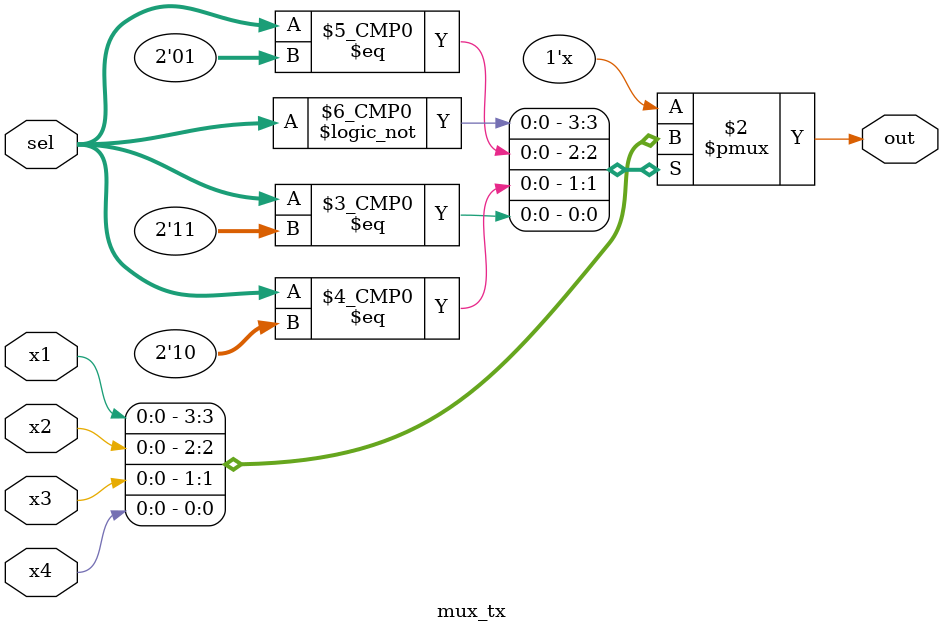
<source format=v>
module mux_tx (
    input wire x1,
    input wire x2,
    input wire x3,
    input wire x4,
    input wire [1:0] sel,
    output reg out
);
always @(*) begin
    case (sel)
    2'b00: begin
        out=x1;
    end
     2'b01: begin
        out=x2;
    end
     2'b10: begin
        out=x3;
    end
     2'b11: begin
        out=x4;
    end
    default :out=1'b0;

    endcase
    
end
    
endmodule
</source>
